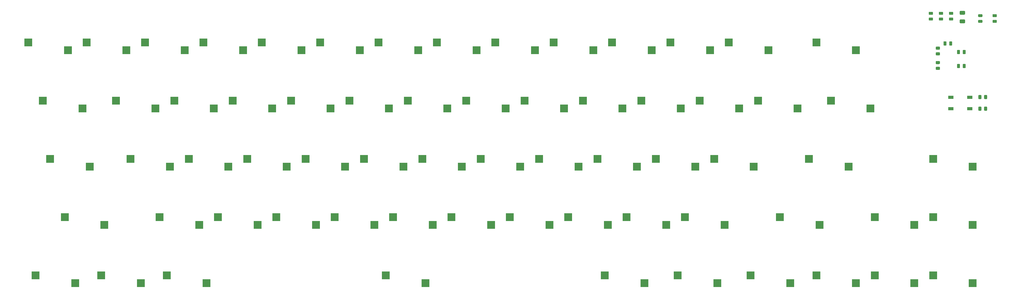
<source format=gtp>
%TF.GenerationSoftware,KiCad,Pcbnew,(5.1.6)-1*%
%TF.CreationDate,2020-07-27T20:44:56-04:00*%
%TF.ProjectId,keyboard,6b657962-6f61-4726-942e-6b696361645f,rev?*%
%TF.SameCoordinates,Original*%
%TF.FileFunction,Paste,Top*%
%TF.FilePolarity,Positive*%
%FSLAX46Y46*%
G04 Gerber Fmt 4.6, Leading zero omitted, Abs format (unit mm)*
G04 Created by KiCad (PCBNEW (5.1.6)-1) date 2020-07-27 20:44:56*
%MOMM*%
%LPD*%
G01*
G04 APERTURE LIST*
%ADD10R,2.550000X2.500000*%
%ADD11R,1.800000X1.100000*%
G04 APERTURE END LIST*
D10*
%TO.C,MX41*%
X309848250Y-155892500D03*
X296921250Y-153352500D03*
%TD*%
D11*
%TO.C,SW1*%
X349377000Y-133206000D03*
X343177000Y-136906000D03*
X349377000Y-136906000D03*
X343177000Y-133206000D03*
%TD*%
%TO.C,R8*%
G36*
G01*
X357048750Y-107843500D02*
X357961250Y-107843500D01*
G75*
G02*
X358205000Y-108087250I0J-243750D01*
G01*
X358205000Y-108574750D01*
G75*
G02*
X357961250Y-108818500I-243750J0D01*
G01*
X357048750Y-108818500D01*
G75*
G02*
X356805000Y-108574750I0J243750D01*
G01*
X356805000Y-108087250D01*
G75*
G02*
X357048750Y-107843500I243750J0D01*
G01*
G37*
G36*
G01*
X357048750Y-105968500D02*
X357961250Y-105968500D01*
G75*
G02*
X358205000Y-106212250I0J-243750D01*
G01*
X358205000Y-106699750D01*
G75*
G02*
X357961250Y-106943500I-243750J0D01*
G01*
X357048750Y-106943500D01*
G75*
G02*
X356805000Y-106699750I0J243750D01*
G01*
X356805000Y-106212250D01*
G75*
G02*
X357048750Y-105968500I243750J0D01*
G01*
G37*
%TD*%
%TO.C,R7*%
G36*
G01*
X337133250Y-106181500D02*
X336220750Y-106181500D01*
G75*
G02*
X335977000Y-105937750I0J243750D01*
G01*
X335977000Y-105450250D01*
G75*
G02*
X336220750Y-105206500I243750J0D01*
G01*
X337133250Y-105206500D01*
G75*
G02*
X337377000Y-105450250I0J-243750D01*
G01*
X337377000Y-105937750D01*
G75*
G02*
X337133250Y-106181500I-243750J0D01*
G01*
G37*
G36*
G01*
X337133250Y-108056500D02*
X336220750Y-108056500D01*
G75*
G02*
X335977000Y-107812750I0J243750D01*
G01*
X335977000Y-107325250D01*
G75*
G02*
X336220750Y-107081500I243750J0D01*
G01*
X337133250Y-107081500D01*
G75*
G02*
X337377000Y-107325250I0J-243750D01*
G01*
X337377000Y-107812750D01*
G75*
G02*
X337133250Y-108056500I-243750J0D01*
G01*
G37*
%TD*%
%TO.C,R4*%
G36*
G01*
X353166500Y-132639750D02*
X353166500Y-133552250D01*
G75*
G02*
X352922750Y-133796000I-243750J0D01*
G01*
X352435250Y-133796000D01*
G75*
G02*
X352191500Y-133552250I0J243750D01*
G01*
X352191500Y-132639750D01*
G75*
G02*
X352435250Y-132396000I243750J0D01*
G01*
X352922750Y-132396000D01*
G75*
G02*
X353166500Y-132639750I0J-243750D01*
G01*
G37*
G36*
G01*
X355041500Y-132639750D02*
X355041500Y-133552250D01*
G75*
G02*
X354797750Y-133796000I-243750J0D01*
G01*
X354310250Y-133796000D01*
G75*
G02*
X354066500Y-133552250I0J243750D01*
G01*
X354066500Y-132639750D01*
G75*
G02*
X354310250Y-132396000I243750J0D01*
G01*
X354797750Y-132396000D01*
G75*
G02*
X355041500Y-132639750I0J-243750D01*
G01*
G37*
%TD*%
%TO.C,R3*%
G36*
G01*
X343737250Y-106181500D02*
X342824750Y-106181500D01*
G75*
G02*
X342581000Y-105937750I0J243750D01*
G01*
X342581000Y-105450250D01*
G75*
G02*
X342824750Y-105206500I243750J0D01*
G01*
X343737250Y-105206500D01*
G75*
G02*
X343981000Y-105450250I0J-243750D01*
G01*
X343981000Y-105937750D01*
G75*
G02*
X343737250Y-106181500I-243750J0D01*
G01*
G37*
G36*
G01*
X343737250Y-108056500D02*
X342824750Y-108056500D01*
G75*
G02*
X342581000Y-107812750I0J243750D01*
G01*
X342581000Y-107325250D01*
G75*
G02*
X342824750Y-107081500I243750J0D01*
G01*
X343737250Y-107081500D01*
G75*
G02*
X343981000Y-107325250I0J-243750D01*
G01*
X343981000Y-107812750D01*
G75*
G02*
X343737250Y-108056500I-243750J0D01*
G01*
G37*
%TD*%
%TO.C,R2*%
G36*
G01*
X340435250Y-106181500D02*
X339522750Y-106181500D01*
G75*
G02*
X339279000Y-105937750I0J243750D01*
G01*
X339279000Y-105450250D01*
G75*
G02*
X339522750Y-105206500I243750J0D01*
G01*
X340435250Y-105206500D01*
G75*
G02*
X340679000Y-105450250I0J-243750D01*
G01*
X340679000Y-105937750D01*
G75*
G02*
X340435250Y-106181500I-243750J0D01*
G01*
G37*
G36*
G01*
X340435250Y-108056500D02*
X339522750Y-108056500D01*
G75*
G02*
X339279000Y-107812750I0J243750D01*
G01*
X339279000Y-107325250D01*
G75*
G02*
X339522750Y-107081500I243750J0D01*
G01*
X340435250Y-107081500D01*
G75*
G02*
X340679000Y-107325250I0J-243750D01*
G01*
X340679000Y-107812750D01*
G75*
G02*
X340435250Y-108056500I-243750J0D01*
G01*
G37*
%TD*%
D10*
%TO.C,MX66*%
X350329500Y-193992500D03*
X337402500Y-191452500D03*
%TD*%
%TO.C,MX65*%
X331279500Y-193992500D03*
X318352500Y-191452500D03*
%TD*%
%TO.C,MX64*%
X312229500Y-193992500D03*
X299302500Y-191452500D03*
%TD*%
%TO.C,MX63*%
X290798250Y-193992500D03*
X277871250Y-191452500D03*
%TD*%
%TO.C,MX62*%
X266985750Y-193992500D03*
X254058750Y-191452500D03*
%TD*%
%TO.C,MX61*%
X243173250Y-193992500D03*
X230246250Y-191452500D03*
%TD*%
%TO.C,MX60*%
X171735750Y-193992500D03*
X158808750Y-191452500D03*
%TD*%
%TO.C,MX59*%
X100298250Y-193992500D03*
X87371250Y-191452500D03*
%TD*%
%TO.C,MX58*%
X78867000Y-193992500D03*
X65940000Y-191452500D03*
%TD*%
%TO.C,MX57*%
X57435750Y-193992500D03*
X44508750Y-191452500D03*
%TD*%
%TO.C,MX56*%
X350329500Y-174942500D03*
X337402500Y-172402500D03*
%TD*%
%TO.C,MX55*%
X331279500Y-174942500D03*
X318352500Y-172402500D03*
%TD*%
%TO.C,MX54*%
X300323250Y-174942500D03*
X287396250Y-172402500D03*
%TD*%
%TO.C,MX53*%
X269367000Y-174942500D03*
X256440000Y-172402500D03*
%TD*%
%TO.C,MX52*%
X250317000Y-174942500D03*
X237390000Y-172402500D03*
%TD*%
%TO.C,MX51*%
X231267000Y-174942500D03*
X218340000Y-172402500D03*
%TD*%
%TO.C,MX50*%
X212217000Y-174942500D03*
X199290000Y-172402500D03*
%TD*%
%TO.C,MX49*%
X193167000Y-174942500D03*
X180240000Y-172402500D03*
%TD*%
%TO.C,MX48*%
X174117000Y-174942500D03*
X161190000Y-172402500D03*
%TD*%
%TO.C,MX47*%
X155067000Y-174942500D03*
X142140000Y-172402500D03*
%TD*%
%TO.C,MX46*%
X136017000Y-174942500D03*
X123090000Y-172402500D03*
%TD*%
%TO.C,MX45*%
X116967000Y-174942500D03*
X104040000Y-172402500D03*
%TD*%
%TO.C,MX44*%
X97917000Y-174942500D03*
X84990000Y-172402500D03*
%TD*%
%TO.C,MX43*%
X66960750Y-174942500D03*
X54033750Y-172402500D03*
%TD*%
%TO.C,MX42*%
X350329500Y-155892500D03*
X337402500Y-153352500D03*
%TD*%
%TO.C,MX40*%
X278892000Y-155892500D03*
X265965000Y-153352500D03*
%TD*%
%TO.C,MX39*%
X259842000Y-155892500D03*
X246915000Y-153352500D03*
%TD*%
%TO.C,MX38*%
X240792000Y-155892500D03*
X227865000Y-153352500D03*
%TD*%
%TO.C,MX37*%
X221742000Y-155892500D03*
X208815000Y-153352500D03*
%TD*%
%TO.C,MX36*%
X202692000Y-155892500D03*
X189765000Y-153352500D03*
%TD*%
%TO.C,MX35*%
X183642000Y-155892500D03*
X170715000Y-153352500D03*
%TD*%
%TO.C,MX34*%
X164592000Y-155892500D03*
X151665000Y-153352500D03*
%TD*%
%TO.C,MX33*%
X145542000Y-155892500D03*
X132615000Y-153352500D03*
%TD*%
%TO.C,MX32*%
X126492000Y-155892500D03*
X113565000Y-153352500D03*
%TD*%
%TO.C,MX31*%
X107442000Y-155892500D03*
X94515000Y-153352500D03*
%TD*%
%TO.C,MX30*%
X88392000Y-155892500D03*
X75465000Y-153352500D03*
%TD*%
%TO.C,MX29*%
X62198250Y-155892500D03*
X49271250Y-153352500D03*
%TD*%
%TO.C,MX28*%
X316992000Y-136842500D03*
X304065000Y-134302500D03*
%TD*%
%TO.C,MX27*%
X293179500Y-136842500D03*
X280252500Y-134302500D03*
%TD*%
%TO.C,MX26*%
X274129500Y-136842500D03*
X261202500Y-134302500D03*
%TD*%
%TO.C,MX25*%
X255079500Y-136842500D03*
X242152500Y-134302500D03*
%TD*%
%TO.C,MX24*%
X236029500Y-136842500D03*
X223102500Y-134302500D03*
%TD*%
%TO.C,MX23*%
X216979500Y-136842500D03*
X204052500Y-134302500D03*
%TD*%
%TO.C,MX22*%
X197929500Y-136842500D03*
X185002500Y-134302500D03*
%TD*%
%TO.C,MX21*%
X178879500Y-136842500D03*
X165952500Y-134302500D03*
%TD*%
%TO.C,MX20*%
X159829500Y-136842500D03*
X146902500Y-134302500D03*
%TD*%
%TO.C,MX19*%
X140779500Y-136842500D03*
X127852500Y-134302500D03*
%TD*%
%TO.C,MX18*%
X121729500Y-136842500D03*
X108802500Y-134302500D03*
%TD*%
%TO.C,MX17*%
X102679500Y-136842500D03*
X89752500Y-134302500D03*
%TD*%
%TO.C,MX16*%
X83629500Y-136842500D03*
X70702500Y-134302500D03*
%TD*%
%TO.C,MX15*%
X59817000Y-136842500D03*
X46890000Y-134302500D03*
%TD*%
%TO.C,MX14*%
X312229500Y-117792500D03*
X299302500Y-115252500D03*
%TD*%
%TO.C,MX13*%
X283654500Y-117792500D03*
X270727500Y-115252500D03*
%TD*%
%TO.C,MX12*%
X264604500Y-117792500D03*
X251677500Y-115252500D03*
%TD*%
%TO.C,MX11*%
X245554500Y-117792500D03*
X232627500Y-115252500D03*
%TD*%
%TO.C,MX10*%
X226504500Y-117792500D03*
X213577500Y-115252500D03*
%TD*%
%TO.C,MX9*%
X207454500Y-117792500D03*
X194527500Y-115252500D03*
%TD*%
%TO.C,MX8*%
X188404500Y-117792500D03*
X175477500Y-115252500D03*
%TD*%
%TO.C,MX7*%
X169354500Y-117792500D03*
X156427500Y-115252500D03*
%TD*%
%TO.C,MX6*%
X150304500Y-117792500D03*
X137377500Y-115252500D03*
%TD*%
%TO.C,MX5*%
X131254500Y-117792500D03*
X118327500Y-115252500D03*
%TD*%
%TO.C,MX4*%
X112204500Y-117792500D03*
X99277500Y-115252500D03*
%TD*%
%TO.C,MX3*%
X93154500Y-117792500D03*
X80227500Y-115252500D03*
%TD*%
%TO.C,MX2*%
X74104500Y-117792500D03*
X61177500Y-115252500D03*
%TD*%
%TO.C,MX1*%
X55054500Y-117792500D03*
X42127500Y-115252500D03*
%TD*%
%TO.C,F1*%
G36*
G01*
X347589000Y-106156000D02*
X346339000Y-106156000D01*
G75*
G02*
X346089000Y-105906000I0J250000D01*
G01*
X346089000Y-105156000D01*
G75*
G02*
X346339000Y-104906000I250000J0D01*
G01*
X347589000Y-104906000D01*
G75*
G02*
X347839000Y-105156000I0J-250000D01*
G01*
X347839000Y-105906000D01*
G75*
G02*
X347589000Y-106156000I-250000J0D01*
G01*
G37*
G36*
G01*
X347589000Y-108956000D02*
X346339000Y-108956000D01*
G75*
G02*
X346089000Y-108706000I0J250000D01*
G01*
X346089000Y-107956000D01*
G75*
G02*
X346339000Y-107706000I250000J0D01*
G01*
X347589000Y-107706000D01*
G75*
G02*
X347839000Y-107956000I0J-250000D01*
G01*
X347839000Y-108706000D01*
G75*
G02*
X347589000Y-108956000I-250000J0D01*
G01*
G37*
%TD*%
%TO.C,D67*%
G36*
G01*
X352349750Y-107843500D02*
X353262250Y-107843500D01*
G75*
G02*
X353506000Y-108087250I0J-243750D01*
G01*
X353506000Y-108574750D01*
G75*
G02*
X353262250Y-108818500I-243750J0D01*
G01*
X352349750Y-108818500D01*
G75*
G02*
X352106000Y-108574750I0J243750D01*
G01*
X352106000Y-108087250D01*
G75*
G02*
X352349750Y-107843500I243750J0D01*
G01*
G37*
G36*
G01*
X352349750Y-105968500D02*
X353262250Y-105968500D01*
G75*
G02*
X353506000Y-106212250I0J-243750D01*
G01*
X353506000Y-106699750D01*
G75*
G02*
X353262250Y-106943500I-243750J0D01*
G01*
X352349750Y-106943500D01*
G75*
G02*
X352106000Y-106699750I0J243750D01*
G01*
X352106000Y-106212250D01*
G75*
G02*
X352349750Y-105968500I243750J0D01*
G01*
G37*
%TD*%
%TO.C,C9*%
G36*
G01*
X354066500Y-137362250D02*
X354066500Y-136449750D01*
G75*
G02*
X354310250Y-136206000I243750J0D01*
G01*
X354797750Y-136206000D01*
G75*
G02*
X355041500Y-136449750I0J-243750D01*
G01*
X355041500Y-137362250D01*
G75*
G02*
X354797750Y-137606000I-243750J0D01*
G01*
X354310250Y-137606000D01*
G75*
G02*
X354066500Y-137362250I0J243750D01*
G01*
G37*
G36*
G01*
X352191500Y-137362250D02*
X352191500Y-136449750D01*
G75*
G02*
X352435250Y-136206000I243750J0D01*
G01*
X352922750Y-136206000D01*
G75*
G02*
X353166500Y-136449750I0J-243750D01*
G01*
X353166500Y-137362250D01*
G75*
G02*
X352922750Y-137606000I-243750J0D01*
G01*
X352435250Y-137606000D01*
G75*
G02*
X352191500Y-137362250I0J243750D01*
G01*
G37*
%TD*%
%TO.C,C6*%
G36*
G01*
X341766500Y-115113750D02*
X341766500Y-116026250D01*
G75*
G02*
X341522750Y-116270000I-243750J0D01*
G01*
X341035250Y-116270000D01*
G75*
G02*
X340791500Y-116026250I0J243750D01*
G01*
X340791500Y-115113750D01*
G75*
G02*
X341035250Y-114870000I243750J0D01*
G01*
X341522750Y-114870000D01*
G75*
G02*
X341766500Y-115113750I0J-243750D01*
G01*
G37*
G36*
G01*
X343641500Y-115113750D02*
X343641500Y-116026250D01*
G75*
G02*
X343397750Y-116270000I-243750J0D01*
G01*
X342910250Y-116270000D01*
G75*
G02*
X342666500Y-116026250I0J243750D01*
G01*
X342666500Y-115113750D01*
G75*
G02*
X342910250Y-114870000I243750J0D01*
G01*
X343397750Y-114870000D01*
G75*
G02*
X343641500Y-115113750I0J-243750D01*
G01*
G37*
%TD*%
%TO.C,C5*%
G36*
G01*
X347081500Y-118820250D02*
X347081500Y-117907750D01*
G75*
G02*
X347325250Y-117664000I243750J0D01*
G01*
X347812750Y-117664000D01*
G75*
G02*
X348056500Y-117907750I0J-243750D01*
G01*
X348056500Y-118820250D01*
G75*
G02*
X347812750Y-119064000I-243750J0D01*
G01*
X347325250Y-119064000D01*
G75*
G02*
X347081500Y-118820250I0J243750D01*
G01*
G37*
G36*
G01*
X345206500Y-118820250D02*
X345206500Y-117907750D01*
G75*
G02*
X345450250Y-117664000I243750J0D01*
G01*
X345937750Y-117664000D01*
G75*
G02*
X346181500Y-117907750I0J-243750D01*
G01*
X346181500Y-118820250D01*
G75*
G02*
X345937750Y-119064000I-243750J0D01*
G01*
X345450250Y-119064000D01*
G75*
G02*
X345206500Y-118820250I0J243750D01*
G01*
G37*
%TD*%
%TO.C,C4*%
G36*
G01*
X347081500Y-123392250D02*
X347081500Y-122479750D01*
G75*
G02*
X347325250Y-122236000I243750J0D01*
G01*
X347812750Y-122236000D01*
G75*
G02*
X348056500Y-122479750I0J-243750D01*
G01*
X348056500Y-123392250D01*
G75*
G02*
X347812750Y-123636000I-243750J0D01*
G01*
X347325250Y-123636000D01*
G75*
G02*
X347081500Y-123392250I0J243750D01*
G01*
G37*
G36*
G01*
X345206500Y-123392250D02*
X345206500Y-122479750D01*
G75*
G02*
X345450250Y-122236000I243750J0D01*
G01*
X345937750Y-122236000D01*
G75*
G02*
X346181500Y-122479750I0J-243750D01*
G01*
X346181500Y-123392250D01*
G75*
G02*
X345937750Y-123636000I-243750J0D01*
G01*
X345450250Y-123636000D01*
G75*
G02*
X345206500Y-123392250I0J243750D01*
G01*
G37*
%TD*%
%TO.C,C3*%
G36*
G01*
X339419250Y-122310500D02*
X338506750Y-122310500D01*
G75*
G02*
X338263000Y-122066750I0J243750D01*
G01*
X338263000Y-121579250D01*
G75*
G02*
X338506750Y-121335500I243750J0D01*
G01*
X339419250Y-121335500D01*
G75*
G02*
X339663000Y-121579250I0J-243750D01*
G01*
X339663000Y-122066750D01*
G75*
G02*
X339419250Y-122310500I-243750J0D01*
G01*
G37*
G36*
G01*
X339419250Y-124185500D02*
X338506750Y-124185500D01*
G75*
G02*
X338263000Y-123941750I0J243750D01*
G01*
X338263000Y-123454250D01*
G75*
G02*
X338506750Y-123210500I243750J0D01*
G01*
X339419250Y-123210500D01*
G75*
G02*
X339663000Y-123454250I0J-243750D01*
G01*
X339663000Y-123941750D01*
G75*
G02*
X339419250Y-124185500I-243750J0D01*
G01*
G37*
%TD*%
%TO.C,C2*%
G36*
G01*
X338506750Y-118481500D02*
X339419250Y-118481500D01*
G75*
G02*
X339663000Y-118725250I0J-243750D01*
G01*
X339663000Y-119212750D01*
G75*
G02*
X339419250Y-119456500I-243750J0D01*
G01*
X338506750Y-119456500D01*
G75*
G02*
X338263000Y-119212750I0J243750D01*
G01*
X338263000Y-118725250D01*
G75*
G02*
X338506750Y-118481500I243750J0D01*
G01*
G37*
G36*
G01*
X338506750Y-116606500D02*
X339419250Y-116606500D01*
G75*
G02*
X339663000Y-116850250I0J-243750D01*
G01*
X339663000Y-117337750D01*
G75*
G02*
X339419250Y-117581500I-243750J0D01*
G01*
X338506750Y-117581500D01*
G75*
G02*
X338263000Y-117337750I0J243750D01*
G01*
X338263000Y-116850250D01*
G75*
G02*
X338506750Y-116606500I243750J0D01*
G01*
G37*
%TD*%
M02*

</source>
